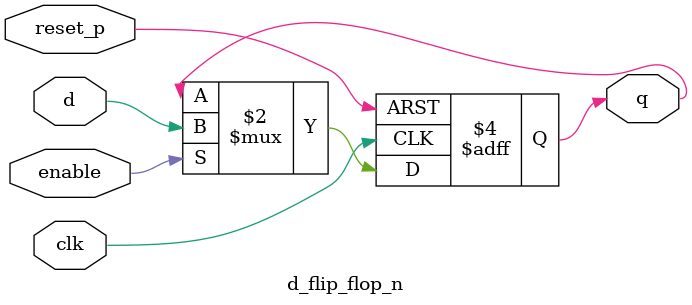
<source format=v>
`timescale 1ns / 1ps


module d_flip_flop(
    input clk,      //클럭 입력
    input d,        //데이터 입력
    output reg q    //출력
    );
    
    always @(posedge clk) begin // 상승엣지 일때
        q <= d;     // q에 d를 저장
    end 
endmodule

module d_flip_flop_n (
    input d,
    input clk,
    input reset_p,  // 비동기식 리셋 신호
    input enable,
    output reg q
);
    always @(negedge clk or posedge reset_p) begin
        // 비동기 신호인 reset_p가 1이되면 즉시 q를 0으로
        if(reset_p)
            q <= 0;
        else if(enable) // enable이 1일때만 d를 q로 저장
            q <= d;     // enable이 0일때는 q를 이전값으로 유지
            
    end
endmodule

</source>
